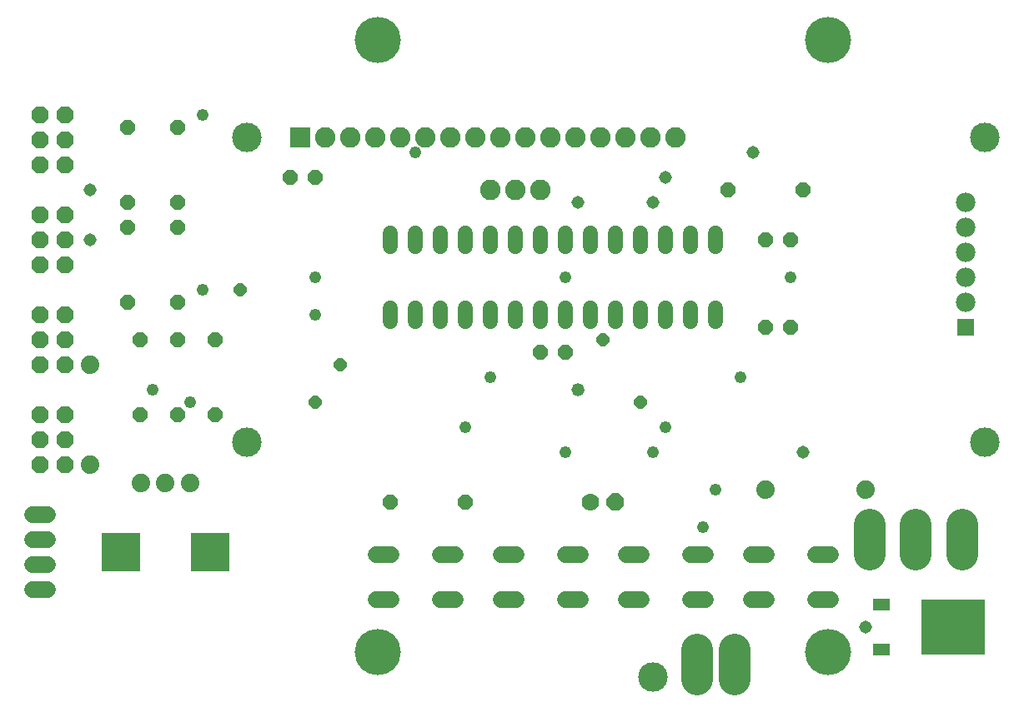
<source format=gts>
G75*
%MOIN*%
%OFA0B0*%
%FSLAX24Y24*%
%IPPOS*%
%LPD*%
%AMOC8*
5,1,8,0,0,1.08239X$1,22.5*
%
%ADD10C,0.1850*%
%ADD11C,0.1182*%
%ADD12R,0.0820X0.0820*%
%ADD13C,0.0820*%
%ADD14C,0.0600*%
%ADD15OC8,0.0600*%
%ADD16OC8,0.0700*%
%ADD17C,0.0700*%
%ADD18C,0.0740*%
%ADD19R,0.1580X0.1580*%
%ADD20R,0.2521X0.2206*%
%ADD21R,0.0710X0.0474*%
%ADD22R,0.0674X0.0674*%
%ADD23C,0.0780*%
%ADD24C,0.0680*%
%ADD25OC8,0.0680*%
%ADD26C,0.1265*%
%ADD27C,0.1280*%
%ADD28C,0.0516*%
%ADD29C,0.0480*%
%ADD30C,0.0520*%
%ADD31OC8,0.0516*%
D10*
X022260Y008393D03*
X040260Y008393D03*
X040260Y032893D03*
X022260Y032893D03*
D11*
X016996Y028996D03*
X016996Y016791D03*
X033260Y007393D03*
X046523Y016791D03*
X046523Y028996D03*
D12*
X019161Y028996D03*
D13*
X020161Y028996D03*
X021161Y028996D03*
X022161Y028996D03*
X023161Y028996D03*
X024161Y028996D03*
X025161Y028996D03*
X026161Y028996D03*
X027161Y028996D03*
X028161Y028996D03*
X029161Y028996D03*
X030161Y028996D03*
X031161Y028996D03*
X032161Y028996D03*
X033161Y028996D03*
X034161Y028996D03*
X028760Y026893D03*
X027760Y026893D03*
X026760Y026893D03*
D14*
X026760Y025153D02*
X026760Y024633D01*
X027760Y024633D02*
X027760Y025153D01*
X028760Y025153D02*
X028760Y024633D01*
X029760Y024633D02*
X029760Y025153D01*
X030760Y025153D02*
X030760Y024633D01*
X031760Y024633D02*
X031760Y025153D01*
X032760Y025153D02*
X032760Y024633D01*
X033760Y024633D02*
X033760Y025153D01*
X034760Y025153D02*
X034760Y024633D01*
X035760Y024633D02*
X035760Y025153D01*
X035760Y022153D02*
X035760Y021633D01*
X034760Y021633D02*
X034760Y022153D01*
X033760Y022153D02*
X033760Y021633D01*
X032760Y021633D02*
X032760Y022153D01*
X031760Y022153D02*
X031760Y021633D01*
X030760Y021633D02*
X030760Y022153D01*
X029760Y022153D02*
X029760Y021633D01*
X028760Y021633D02*
X028760Y022153D01*
X027760Y022153D02*
X027760Y021633D01*
X026760Y021633D02*
X026760Y022153D01*
X025760Y022153D02*
X025760Y021633D01*
X024760Y021633D02*
X024760Y022153D01*
X023760Y022153D02*
X023760Y021633D01*
X022760Y021633D02*
X022760Y022153D01*
X022760Y024633D02*
X022760Y025153D01*
X023760Y025153D02*
X023760Y024633D01*
X024760Y024633D02*
X024760Y025153D01*
X025760Y025153D02*
X025760Y024633D01*
D15*
X028760Y020393D03*
X029760Y020393D03*
X037760Y021393D03*
X038760Y021393D03*
X038760Y024893D03*
X037760Y024893D03*
X039260Y026893D03*
X036260Y026893D03*
X025760Y014393D03*
X022760Y014393D03*
X015760Y017893D03*
X014260Y017893D03*
X012760Y017893D03*
X012760Y020893D03*
X014260Y020893D03*
X015760Y020893D03*
X014260Y022393D03*
X012260Y022393D03*
X012260Y025393D03*
X012260Y026393D03*
X014260Y026393D03*
X014260Y025393D03*
X018760Y027393D03*
X019760Y027393D03*
X014260Y029393D03*
X012260Y029393D03*
D16*
X031760Y014393D03*
D17*
X030760Y014393D03*
D18*
X037760Y014893D03*
X041760Y014893D03*
X014744Y015149D03*
X013760Y015149D03*
X012775Y015149D03*
X010760Y015893D03*
X010760Y019893D03*
D19*
X011988Y012393D03*
X015531Y012393D03*
D20*
X045244Y009393D03*
D21*
X042370Y008496D03*
X042370Y010291D03*
D22*
X045760Y021393D03*
D23*
X045760Y022393D03*
X045760Y023393D03*
X045760Y024393D03*
X045760Y025393D03*
X045760Y026393D03*
D24*
X009060Y010893D02*
X008460Y010893D01*
X008460Y011893D02*
X009060Y011893D01*
X009060Y012893D02*
X008460Y012893D01*
X008460Y013893D02*
X009060Y013893D01*
X022180Y012283D02*
X022780Y012283D01*
X024740Y012283D02*
X025340Y012283D01*
X027180Y012283D02*
X027780Y012283D01*
X029740Y012283D02*
X030340Y012283D01*
X032180Y012283D02*
X032780Y012283D01*
X034740Y012283D02*
X035340Y012283D01*
X037180Y012283D02*
X037780Y012283D01*
X039740Y012283D02*
X040340Y012283D01*
X040340Y010503D02*
X039740Y010503D01*
X037780Y010503D02*
X037180Y010503D01*
X035340Y010503D02*
X034740Y010503D01*
X032780Y010503D02*
X032180Y010503D01*
X030340Y010503D02*
X029740Y010503D01*
X027780Y010503D02*
X027180Y010503D01*
X025340Y010503D02*
X024740Y010503D01*
X022780Y010503D02*
X022180Y010503D01*
D25*
X009760Y015893D03*
X008760Y015893D03*
X008760Y016893D03*
X009760Y016893D03*
X009760Y017893D03*
X008760Y017893D03*
X008760Y019893D03*
X009760Y019893D03*
X009760Y020893D03*
X009760Y021893D03*
X008760Y021893D03*
X008760Y020893D03*
X008760Y023893D03*
X009760Y023893D03*
X009760Y024893D03*
X008760Y024893D03*
X008760Y025893D03*
X009760Y025893D03*
X009760Y027893D03*
X009760Y028893D03*
X008760Y028893D03*
X008760Y027893D03*
X008760Y029893D03*
X009760Y029893D03*
D26*
X035010Y008486D02*
X035010Y007301D01*
X036510Y007301D02*
X036510Y008486D01*
D27*
X041910Y012293D02*
X041910Y013493D01*
X043760Y013493D02*
X043760Y012293D01*
X045610Y012293D02*
X045610Y013493D01*
D28*
X041760Y009393D03*
X039260Y016393D03*
X033260Y026393D03*
X033760Y027393D03*
X030260Y026393D03*
X037260Y028393D03*
X010760Y026893D03*
X010760Y024893D03*
D29*
X015260Y022893D03*
X019760Y023393D03*
X019760Y021893D03*
X014760Y018393D03*
X013260Y018893D03*
X023760Y028393D03*
X029760Y023393D03*
X026760Y019393D03*
X025760Y017393D03*
X029760Y016393D03*
X033260Y016393D03*
X033760Y017393D03*
X035760Y014893D03*
X035260Y013393D03*
X036760Y019393D03*
X038760Y023393D03*
X015260Y029893D03*
D30*
X030260Y018893D03*
D31*
X031260Y020893D03*
X032760Y018393D03*
X020760Y019893D03*
X019760Y018393D03*
X016760Y022893D03*
M02*

</source>
